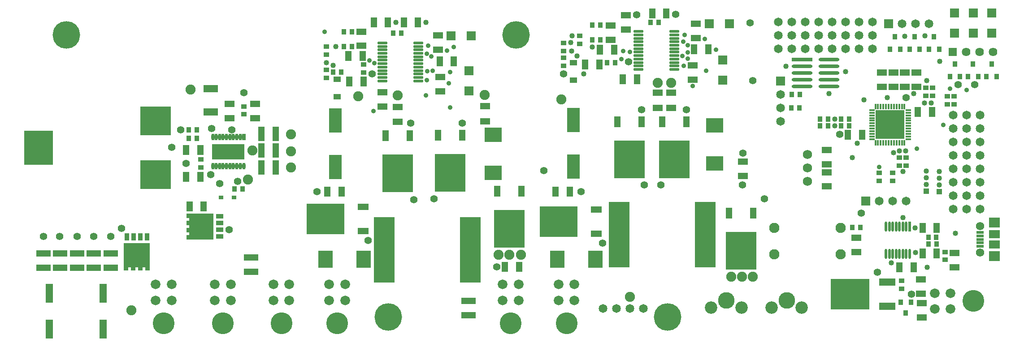
<source format=gts>
G04 Layer_Color=8388736*
%FSLAX23Y23*%
%MOIN*%
G70*
G01*
G75*
%ADD83C,0.035*%
%ADD91R,0.036X0.044*%
%ADD92R,0.071X0.070*%
%ADD93R,0.033X0.040*%
%ADD94R,0.053X0.041*%
%ADD95R,0.155X0.025*%
%ADD96O,0.155X0.025*%
%ADD97R,0.214X0.214*%
%ADD98R,0.015X0.039*%
%ADD99R,0.039X0.015*%
%ADD100R,0.052X0.143*%
%ADD101R,0.225X0.215*%
%ADD102R,0.213X0.255*%
%ADD103R,0.098X0.180*%
%ADD104R,0.156X0.490*%
%ADD105R,0.082X0.046*%
%ADD106R,0.285X0.225*%
%ADD107R,0.046X0.082*%
%ADD108R,0.225X0.285*%
%ADD109R,0.036X0.040*%
%ADD110R,0.036X0.029*%
%ADD111R,0.194X0.182*%
%ADD112R,0.035X0.056*%
%ADD113R,0.029X0.036*%
%ADD114R,0.182X0.194*%
%ADD115R,0.056X0.035*%
%ADD116R,0.058X0.021*%
%ADD117R,0.080X0.064*%
%ADD118R,0.080X0.076*%
%ADD119O,0.075X0.022*%
%ADD120R,0.288X0.225*%
%ADD121R,0.123X0.056*%
%ADD122R,0.107X0.131*%
%ADD123R,0.131X0.107*%
%ADD124R,0.244X0.113*%
%ADD125R,0.025X0.050*%
%ADD126O,0.025X0.050*%
%ADD127R,0.036X0.029*%
%ADD128O,0.020X0.075*%
%ADD129R,0.020X0.075*%
%ADD130R,0.070X0.071*%
%ADD131R,0.072X0.046*%
%ADD132R,0.040X0.033*%
%ADD133R,0.048X0.072*%
%ADD134R,0.048X0.107*%
%ADD135R,0.072X0.048*%
%ADD136R,0.107X0.052*%
%ADD137R,0.107X0.048*%
%ADD138C,0.064*%
%ADD139R,0.064X0.064*%
%ADD140C,0.162*%
%ADD141C,0.072*%
%ADD142R,0.040X0.040*%
%ADD143C,0.040*%
%ADD144C,0.065*%
%ADD145C,0.075*%
%ADD146C,0.068*%
%ADD147C,0.076*%
%ADD148C,0.065*%
%ADD149R,0.065X0.065*%
%ADD150R,0.065X0.065*%
%ADD151C,0.005*%
%ADD152C,0.062*%
%ADD153C,0.205*%
%ADD154C,0.092*%
%ADD155C,0.123*%
%ADD156C,0.055*%
%ADD157C,0.040*%
D83*
X10700Y4390D02*
D03*
X10575Y4400D02*
D03*
X6260Y4610D02*
D03*
X10050Y3818D02*
D03*
X10525Y4130D02*
D03*
X10330Y3955D02*
D03*
X6837Y4685D02*
D03*
X6860Y4525D02*
D03*
Y4260D02*
D03*
X6850Y4440D02*
D03*
X6680Y4350D02*
D03*
X6730Y4535D02*
D03*
X6885Y4710D02*
D03*
X6290Y4235D02*
D03*
X5925Y4825D02*
D03*
X8592Y4751D02*
D03*
X8627Y4726D02*
D03*
X8197Y4676D02*
D03*
X8147Y4681D02*
D03*
X8132Y4621D02*
D03*
X8602Y4801D02*
D03*
X8587Y4646D02*
D03*
X8627Y4671D02*
D03*
Y4626D02*
D03*
X8597Y4571D02*
D03*
X8837Y4691D02*
D03*
X8662Y4421D02*
D03*
X8752Y4771D02*
D03*
X8762Y4536D02*
D03*
X6295Y4590D02*
D03*
X6685Y4660D02*
D03*
X6720Y4640D02*
D03*
X6695Y4720D02*
D03*
X6685Y4465D02*
D03*
X6690Y4530D02*
D03*
D91*
X10575Y4490D02*
D03*
X10650D02*
D03*
X10613Y4584D02*
D03*
X10710Y4490D02*
D03*
X10785D02*
D03*
X10747Y4584D02*
D03*
X10130Y4695D02*
D03*
X10205D02*
D03*
X10167Y4789D02*
D03*
X10275Y4695D02*
D03*
X10350D02*
D03*
X10312Y4789D02*
D03*
X10420Y4695D02*
D03*
X10495D02*
D03*
X10458Y4789D02*
D03*
X10848Y4491D02*
D03*
X10922D02*
D03*
X10885Y4585D02*
D03*
D92*
X10750Y4965D02*
D03*
Y4814D02*
D03*
X10610Y4965D02*
D03*
Y4814D02*
D03*
X7000Y4536D02*
D03*
Y4385D02*
D03*
X8887Y4616D02*
D03*
Y4465D02*
D03*
X10885Y4815D02*
D03*
Y4966D02*
D03*
D93*
X9611Y4175D02*
D03*
X9670D02*
D03*
X9825Y4175D02*
D03*
X9765D02*
D03*
X9611Y4125D02*
D03*
X9670D02*
D03*
X9825D02*
D03*
X9766D02*
D03*
X9850Y3368D02*
D03*
X9909D02*
D03*
X4975Y4030D02*
D03*
X4916D02*
D03*
X4975Y4095D02*
D03*
X4916D02*
D03*
X10475Y3246D02*
D03*
X10416D02*
D03*
X10415Y3296D02*
D03*
X10474D02*
D03*
X9460Y4358D02*
D03*
X9400D02*
D03*
X9455Y4258D02*
D03*
X9395D02*
D03*
X8350Y4895D02*
D03*
X8410D02*
D03*
X8087Y4596D02*
D03*
X8028D02*
D03*
X7918Y4766D02*
D03*
X7977D02*
D03*
X7918Y4876D02*
D03*
X7977D02*
D03*
X6435Y4815D02*
D03*
X6495D02*
D03*
X6071Y4825D02*
D03*
X6130D02*
D03*
X6071Y4715D02*
D03*
X6130D02*
D03*
X5990Y4525D02*
D03*
X6050D02*
D03*
X5255Y3655D02*
D03*
X5315D02*
D03*
D94*
X6020Y4341D02*
D03*
Y4470D02*
D03*
X7777Y4466D02*
D03*
Y4595D02*
D03*
D95*
X9475Y4618D02*
D03*
D96*
Y4568D02*
D03*
Y4518D02*
D03*
Y4468D02*
D03*
Y4418D02*
D03*
X9675Y4618D02*
D03*
Y4568D02*
D03*
Y4518D02*
D03*
Y4468D02*
D03*
Y4418D02*
D03*
D97*
X10130Y4133D02*
D03*
D98*
X10022Y4268D02*
D03*
X10041D02*
D03*
X10061D02*
D03*
X10081D02*
D03*
X10100D02*
D03*
X10120D02*
D03*
X10140D02*
D03*
X10160D02*
D03*
X10179D02*
D03*
X10199D02*
D03*
X10219D02*
D03*
X10238D02*
D03*
Y3998D02*
D03*
X10219D02*
D03*
X10199D02*
D03*
X10179D02*
D03*
X10160D02*
D03*
X10140D02*
D03*
X10120D02*
D03*
X10100D02*
D03*
X10081D02*
D03*
X10061D02*
D03*
X10041D02*
D03*
X10022D02*
D03*
D99*
X10265Y4241D02*
D03*
Y4222D02*
D03*
Y4202D02*
D03*
Y4182D02*
D03*
Y4163D02*
D03*
Y4143D02*
D03*
Y4123D02*
D03*
Y4104D02*
D03*
Y4084D02*
D03*
Y4064D02*
D03*
Y4045D02*
D03*
Y4025D02*
D03*
X9995D02*
D03*
Y4045D02*
D03*
Y4064D02*
D03*
Y4084D02*
D03*
Y4104D02*
D03*
Y4123D02*
D03*
Y4143D02*
D03*
Y4163D02*
D03*
Y4182D02*
D03*
Y4202D02*
D03*
Y4222D02*
D03*
Y4241D02*
D03*
D100*
X4280Y2611D02*
D03*
Y2879D02*
D03*
X3880Y2611D02*
D03*
Y2879D02*
D03*
D101*
X4670Y3760D02*
D03*
Y4160D02*
D03*
D102*
X3801Y3960D02*
D03*
D103*
X6005Y3817D02*
D03*
Y4163D02*
D03*
X7776Y3822D02*
D03*
Y4169D02*
D03*
D104*
X6370Y3200D02*
D03*
X7010D02*
D03*
X8117Y3316D02*
D03*
X8757D02*
D03*
D105*
X6214Y3340D02*
D03*
Y3520D02*
D03*
X7946Y3320D02*
D03*
Y3501D02*
D03*
D106*
X5934Y3430D02*
D03*
X7667Y3411D02*
D03*
D107*
X6560Y4050D02*
D03*
X6380D02*
D03*
X6950Y4055D02*
D03*
X6770D02*
D03*
X7390Y3639D02*
D03*
X7210D02*
D03*
X8283Y4155D02*
D03*
X8102D02*
D03*
X8618D02*
D03*
X8437D02*
D03*
X9113Y3475D02*
D03*
X8932D02*
D03*
D108*
X6470Y3770D02*
D03*
X6860Y3775D02*
D03*
X7300Y3359D02*
D03*
X8192Y3876D02*
D03*
X8527D02*
D03*
X9022Y3196D02*
D03*
D109*
X10285Y2810D02*
D03*
X10210D02*
D03*
X10248Y2731D02*
D03*
D110*
X4609Y3062D02*
D03*
X4556D02*
D03*
X4504D02*
D03*
X4451D02*
D03*
D111*
X4530Y3160D02*
D03*
D112*
X4455Y3298D02*
D03*
X4505D02*
D03*
X4555D02*
D03*
X4605D02*
D03*
D113*
X4912Y3296D02*
D03*
Y3349D02*
D03*
Y3401D02*
D03*
Y3454D02*
D03*
D114*
X5010Y3375D02*
D03*
D115*
X5148Y3450D02*
D03*
Y3400D02*
D03*
Y3350D02*
D03*
Y3300D02*
D03*
D116*
X10799Y3331D02*
D03*
Y3305D02*
D03*
Y3279D02*
D03*
Y3254D02*
D03*
Y3228D02*
D03*
D117*
X10905Y3319D02*
D03*
Y3240D02*
D03*
D118*
Y3153D02*
D03*
Y3405D02*
D03*
D119*
X6624Y4459D02*
D03*
Y4485D02*
D03*
Y4510D02*
D03*
Y4536D02*
D03*
Y4562D02*
D03*
Y4587D02*
D03*
Y4613D02*
D03*
Y4638D02*
D03*
Y4664D02*
D03*
Y4690D02*
D03*
Y4715D02*
D03*
Y4741D02*
D03*
X6356Y4459D02*
D03*
Y4485D02*
D03*
Y4510D02*
D03*
Y4536D02*
D03*
Y4562D02*
D03*
Y4587D02*
D03*
Y4613D02*
D03*
Y4638D02*
D03*
Y4664D02*
D03*
Y4690D02*
D03*
Y4715D02*
D03*
Y4741D02*
D03*
X8528Y4545D02*
D03*
Y4571D02*
D03*
Y4596D02*
D03*
Y4622D02*
D03*
Y4648D02*
D03*
Y4673D02*
D03*
Y4699D02*
D03*
Y4724D02*
D03*
Y4750D02*
D03*
Y4776D02*
D03*
Y4801D02*
D03*
Y4827D02*
D03*
X8261Y4545D02*
D03*
Y4571D02*
D03*
Y4596D02*
D03*
Y4622D02*
D03*
Y4648D02*
D03*
Y4673D02*
D03*
Y4699D02*
D03*
Y4724D02*
D03*
Y4750D02*
D03*
Y4776D02*
D03*
Y4801D02*
D03*
Y4827D02*
D03*
D120*
X9832Y2870D02*
D03*
D121*
X10110Y2960D02*
D03*
Y2780D02*
D03*
D122*
X5932Y3130D02*
D03*
X6215D02*
D03*
X7657D02*
D03*
X7940D02*
D03*
D123*
X7180Y3775D02*
D03*
Y4058D02*
D03*
X8827Y3846D02*
D03*
Y4129D02*
D03*
D124*
X5210Y3930D02*
D03*
D125*
X5325Y4041D02*
D03*
D126*
X5299D02*
D03*
X5274D02*
D03*
X5248D02*
D03*
X5223D02*
D03*
X5197D02*
D03*
X5171D02*
D03*
X5146D02*
D03*
X5120D02*
D03*
X5095D02*
D03*
X5325Y3823D02*
D03*
X5299D02*
D03*
X5274D02*
D03*
X5248D02*
D03*
X5223D02*
D03*
X5197D02*
D03*
X5171D02*
D03*
X5146D02*
D03*
X5120D02*
D03*
X5095D02*
D03*
D127*
X5155Y3590D02*
D03*
X5253D02*
D03*
D128*
X10100Y3171D02*
D03*
X10125D02*
D03*
X10150D02*
D03*
X10175D02*
D03*
X10200D02*
D03*
X10225D02*
D03*
X10250D02*
D03*
X10275D02*
D03*
X10100Y3376D02*
D03*
X10125D02*
D03*
X10150D02*
D03*
X10175D02*
D03*
X10200D02*
D03*
X10225D02*
D03*
X10250D02*
D03*
D129*
X10275D02*
D03*
D130*
X7016Y4795D02*
D03*
X6865D02*
D03*
X8938Y4886D02*
D03*
X8787D02*
D03*
D131*
X7120Y4159D02*
D03*
Y4271D02*
D03*
X6470Y4154D02*
D03*
Y4266D02*
D03*
X8502Y4259D02*
D03*
Y4372D02*
D03*
X8402Y4259D02*
D03*
Y4372D02*
D03*
D132*
X10555Y4285D02*
D03*
Y4345D02*
D03*
X10605Y4285D02*
D03*
Y4345D02*
D03*
X5325Y4269D02*
D03*
Y4210D02*
D03*
X5005Y3875D02*
D03*
Y3815D02*
D03*
X10445Y4408D02*
D03*
Y4349D02*
D03*
X10250Y3888D02*
D03*
Y3829D02*
D03*
X10200Y3888D02*
D03*
Y3829D02*
D03*
X10395Y4408D02*
D03*
Y4349D02*
D03*
X10540Y3127D02*
D03*
Y3186D02*
D03*
X10050Y3715D02*
D03*
Y3774D02*
D03*
X10150Y3715D02*
D03*
Y3774D02*
D03*
X10215Y2910D02*
D03*
Y2970D02*
D03*
X7702Y4571D02*
D03*
Y4630D02*
D03*
X7822Y4795D02*
D03*
Y4736D02*
D03*
X7702Y4681D02*
D03*
Y4740D02*
D03*
X6215Y4580D02*
D03*
Y4520D02*
D03*
X5940Y4655D02*
D03*
Y4714D02*
D03*
Y4481D02*
D03*
Y4540D02*
D03*
D133*
X6515Y4895D02*
D03*
X6621D02*
D03*
X9817Y4058D02*
D03*
X9923D02*
D03*
X5028Y3525D02*
D03*
X4922D02*
D03*
X4897Y3945D02*
D03*
X5003D02*
D03*
X4897Y3745D02*
D03*
X5003D02*
D03*
X10443Y4228D02*
D03*
X10337D02*
D03*
X10372Y3176D02*
D03*
X10478D02*
D03*
X10306Y3071D02*
D03*
X10200D02*
D03*
X10372Y3366D02*
D03*
X10478D02*
D03*
X7751Y3636D02*
D03*
X7644D02*
D03*
X8144Y4471D02*
D03*
X8251D02*
D03*
X7974Y4691D02*
D03*
X8081D02*
D03*
X8362Y4960D02*
D03*
X8468D02*
D03*
X7864Y4581D02*
D03*
X7971D02*
D03*
X8781Y4696D02*
D03*
X8674D02*
D03*
X6104Y4645D02*
D03*
X6210D02*
D03*
X6888Y4605D02*
D03*
X6782D02*
D03*
X6109Y4455D02*
D03*
X6215D02*
D03*
X6398Y4895D02*
D03*
X6292D02*
D03*
X5947Y3635D02*
D03*
X6053D02*
D03*
X7267Y3075D02*
D03*
X7373D02*
D03*
D134*
X5563Y4065D02*
D03*
X5457D02*
D03*
X5563Y3940D02*
D03*
X5457D02*
D03*
X5563Y3815D02*
D03*
X5457D02*
D03*
D135*
X8166Y4949D02*
D03*
Y4842D02*
D03*
X10325Y4521D02*
D03*
Y4415D02*
D03*
X10240Y4521D02*
D03*
Y4415D02*
D03*
X10155D02*
D03*
Y4521D02*
D03*
X10070D02*
D03*
Y4415D02*
D03*
X5220Y4182D02*
D03*
Y4288D02*
D03*
X5410D02*
D03*
Y4182D02*
D03*
X9660Y3779D02*
D03*
Y3673D02*
D03*
Y3838D02*
D03*
Y3944D02*
D03*
X10610Y3071D02*
D03*
Y3178D02*
D03*
X9880Y3185D02*
D03*
Y3291D02*
D03*
X10365Y2803D02*
D03*
Y2697D02*
D03*
X10360Y2981D02*
D03*
Y2875D02*
D03*
X9037Y3859D02*
D03*
Y3752D02*
D03*
X8052Y4766D02*
D03*
Y4872D02*
D03*
X8662Y4574D02*
D03*
Y4467D02*
D03*
X8687Y4777D02*
D03*
Y4884D02*
D03*
X6355Y4269D02*
D03*
Y4375D02*
D03*
X6785Y4488D02*
D03*
Y4382D02*
D03*
X6770Y4692D02*
D03*
Y4798D02*
D03*
X6200Y4720D02*
D03*
Y4826D02*
D03*
D136*
X5080Y4228D02*
D03*
Y4402D02*
D03*
D137*
X3835Y3173D02*
D03*
Y3067D02*
D03*
X3960Y3173D02*
D03*
Y3067D02*
D03*
X4085Y3173D02*
D03*
Y3067D02*
D03*
X4210Y3173D02*
D03*
Y3067D02*
D03*
X4335Y3173D02*
D03*
Y3067D02*
D03*
X6995Y2715D02*
D03*
Y2821D02*
D03*
X5380Y3037D02*
D03*
Y3143D02*
D03*
D138*
X10895Y4675D02*
D03*
X10795D02*
D03*
X10695D02*
D03*
D139*
X10595D02*
D03*
D140*
X5605Y2655D02*
D03*
X7310D02*
D03*
X5170D02*
D03*
X7725D02*
D03*
X4730D02*
D03*
X6020D02*
D03*
X10750Y2820D02*
D03*
D141*
X5546Y2943D02*
D03*
X5664D02*
D03*
Y2825D02*
D03*
X5546D02*
D03*
X7251Y2943D02*
D03*
X7369D02*
D03*
Y2825D02*
D03*
X7251D02*
D03*
X5111Y2943D02*
D03*
X5229D02*
D03*
Y2825D02*
D03*
X5111D02*
D03*
X7666Y2943D02*
D03*
X7784D02*
D03*
Y2825D02*
D03*
X7666D02*
D03*
X4671Y2943D02*
D03*
X4789D02*
D03*
Y2825D02*
D03*
X4671D02*
D03*
X5961Y2943D02*
D03*
X6079D02*
D03*
Y2825D02*
D03*
X5961D02*
D03*
X10462Y2761D02*
D03*
Y2879D02*
D03*
X10580D02*
D03*
Y2761D02*
D03*
D142*
X10495Y3636D02*
D03*
X10401Y3639D02*
D03*
D143*
X10495Y3685D02*
D03*
Y3734D02*
D03*
Y3783D02*
D03*
X10401Y3688D02*
D03*
Y3737D02*
D03*
Y3787D02*
D03*
D144*
X8295Y2765D02*
D03*
X8195D02*
D03*
X8095D02*
D03*
X7995D02*
D03*
D145*
X8195Y2850D02*
D03*
X7385Y3165D02*
D03*
X7300D02*
D03*
X7220D02*
D03*
X7115Y4355D02*
D03*
X6470Y4350D02*
D03*
X6175Y4345D02*
D03*
X5675Y3815D02*
D03*
Y3935D02*
D03*
Y4060D02*
D03*
X5355Y3725D02*
D03*
X8402Y4446D02*
D03*
X8502D02*
D03*
X7687Y4321D02*
D03*
X8950Y3000D02*
D03*
X9110D02*
D03*
X9030D02*
D03*
X4930Y4395D02*
D03*
X5390Y3940D02*
D03*
X4490Y2750D02*
D03*
D146*
X9515Y3911D02*
D03*
Y3811D02*
D03*
Y3711D02*
D03*
D147*
X9270Y3169D02*
D03*
X9762D02*
D03*
X9270Y3366D02*
D03*
X9762D02*
D03*
D148*
X10000Y4898D02*
D03*
Y4798D02*
D03*
Y4698D02*
D03*
X9900Y4898D02*
D03*
Y4798D02*
D03*
Y4698D02*
D03*
X9800Y4898D02*
D03*
Y4798D02*
D03*
Y4698D02*
D03*
X9700Y4898D02*
D03*
Y4798D02*
D03*
Y4698D02*
D03*
X9600Y4898D02*
D03*
Y4798D02*
D03*
Y4698D02*
D03*
X9500Y4898D02*
D03*
Y4798D02*
D03*
Y4698D02*
D03*
X9400Y4898D02*
D03*
Y4798D02*
D03*
Y4698D02*
D03*
X9300D02*
D03*
Y4798D02*
D03*
Y4898D02*
D03*
X10800Y3503D02*
D03*
X10700D02*
D03*
X10600D02*
D03*
X10800Y3603D02*
D03*
X10700D02*
D03*
X10600D02*
D03*
X10800Y3703D02*
D03*
X10700D02*
D03*
X10600D02*
D03*
X10800Y3803D02*
D03*
X10700D02*
D03*
X10600D02*
D03*
X10800Y3903D02*
D03*
X10700D02*
D03*
X10600D02*
D03*
X10800Y4003D02*
D03*
X10700D02*
D03*
X10600D02*
D03*
X10800Y4103D02*
D03*
X10700D02*
D03*
X10600D02*
D03*
Y4203D02*
D03*
X10700D02*
D03*
X10800D02*
D03*
X9315Y4358D02*
D03*
Y4258D02*
D03*
Y4158D02*
D03*
X10050Y3563D02*
D03*
X10150D02*
D03*
X10250D02*
D03*
X10220Y4885D02*
D03*
X10320D02*
D03*
X10420D02*
D03*
D149*
X9315Y4458D02*
D03*
D150*
X9950Y3563D02*
D03*
X10120Y4885D02*
D03*
D151*
X10905Y3142D02*
D03*
Y3417D02*
D03*
D152*
X10799Y3181D02*
D03*
Y3378D02*
D03*
D153*
X4005Y4800D02*
D03*
X6400Y2700D02*
D03*
X7350Y4800D02*
D03*
X8475Y2700D02*
D03*
D154*
X9026Y2770D02*
D03*
X8801D02*
D03*
X9474D02*
D03*
X9250D02*
D03*
D155*
X8913Y2823D02*
D03*
X9362D02*
D03*
D156*
X10635Y4430D02*
D03*
X10760D02*
D03*
X9755Y4060D02*
D03*
X9195Y3580D02*
D03*
X10035Y3035D02*
D03*
X10290Y2870D02*
D03*
X8535Y4955D02*
D03*
X8245Y4950D02*
D03*
X6740Y3580D02*
D03*
X6590Y3575D02*
D03*
X6250Y3270D02*
D03*
X7205Y3075D02*
D03*
X5870Y3635D02*
D03*
X6950Y4145D02*
D03*
X6565D02*
D03*
X5145Y3695D02*
D03*
X5280Y3710D02*
D03*
X5080Y3760D02*
D03*
X4895Y3845D02*
D03*
X5215Y3350D02*
D03*
X5235Y4095D02*
D03*
X9110Y4460D02*
D03*
X9090Y4890D02*
D03*
X9915Y3473D02*
D03*
X10250Y4333D02*
D03*
X4335Y3300D02*
D03*
X4210D02*
D03*
X4085D02*
D03*
X3955D02*
D03*
X3835D02*
D03*
X8187Y4601D02*
D03*
X8302Y3686D02*
D03*
X8427D02*
D03*
X7992Y3251D02*
D03*
X7832Y3636D02*
D03*
X9037Y3921D02*
D03*
X9032Y3686D02*
D03*
X7702Y4511D02*
D03*
X7557Y3791D02*
D03*
X8282Y4246D02*
D03*
X8617D02*
D03*
X6280Y4510D02*
D03*
X4415Y3360D02*
D03*
X4855Y4095D02*
D03*
X5325Y4370D02*
D03*
X5085Y4105D02*
D03*
X4790Y3965D02*
D03*
D157*
X10615Y3325D02*
D03*
X10500Y4605D02*
D03*
X10240Y4790D02*
D03*
X9720Y4175D02*
D03*
Y4125D02*
D03*
X10225Y3440D02*
D03*
X10390Y4795D02*
D03*
X6011Y4714D02*
D03*
X9885Y3993D02*
D03*
X10386Y4293D02*
D03*
X10402Y4461D02*
D03*
X10305Y4363D02*
D03*
X10110Y4333D02*
D03*
X9355Y4568D02*
D03*
X10436Y4293D02*
D03*
X9675Y4363D02*
D03*
X9935Y4318D02*
D03*
X9800Y4528D02*
D03*
X9850Y3888D02*
D03*
X10225Y3783D02*
D03*
X10155Y3923D02*
D03*
X10245Y3938D02*
D03*
X10200D02*
D03*
X10140Y3106D02*
D03*
X10405Y3071D02*
D03*
X10315Y3366D02*
D03*
X10320Y3181D02*
D03*
X7767Y4796D02*
D03*
X7917Y4711D02*
D03*
X7852Y4511D02*
D03*
X7802Y4646D02*
D03*
X7762Y4681D02*
D03*
X7757Y4746D02*
D03*
X5990Y4575D02*
D03*
X5940Y4595D02*
D03*
X6680Y4895D02*
D03*
X6457D02*
D03*
M02*

</source>
